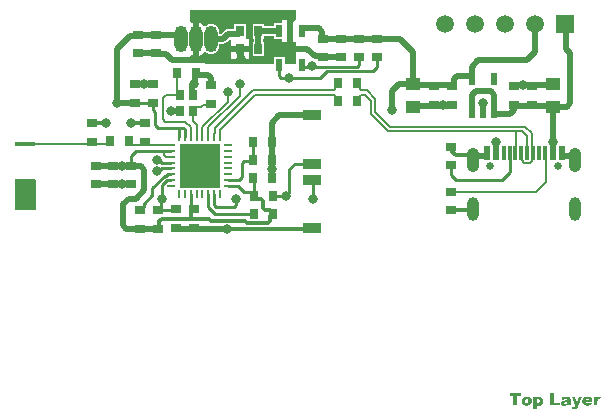
<source format=gbr>
%TF.GenerationSoftware,Altium Limited,Altium Designer,23.11.1 (41)*%
G04 Layer_Physical_Order=1*
G04 Layer_Color=255*
%FSLAX26Y26*%
%MOIN*%
%TF.SameCoordinates,9526E2AF-B100-4743-A6B5-6A4C7E8B4C09*%
%TF.FilePolarity,Positive*%
%TF.FileFunction,Copper,L1,Top,Signal*%
%TF.Part,Single*%
G01*
G75*
%TA.AperFunction,SMDPad,CuDef*%
%ADD10R,0.011811X0.045276*%
%ADD11R,0.023622X0.045276*%
%ADD12R,0.035433X0.027559*%
%ADD13R,0.027559X0.035433*%
%ADD14R,0.023622X0.043307*%
%ADD15R,0.051181X0.039370*%
%ADD16R,0.023622X0.043307*%
%ADD17O,0.029528X0.009842*%
%ADD18O,0.009842X0.029528*%
%ADD19R,0.137795X0.149606*%
%ADD20R,0.062992X0.035433*%
%ADD21R,0.029528X0.033465*%
%ADD22R,0.070866X0.015748*%
%TA.AperFunction,Conductor*%
%ADD23C,0.009842*%
%ADD24C,0.019685*%
%ADD25C,0.011811*%
%ADD26C,0.007512*%
%ADD27C,0.007874*%
%TA.AperFunction,ComponentPad*%
%ADD28C,0.025591*%
%ADD29O,0.041339X0.082677*%
%ADD30O,0.039370X0.078740*%
%ADD31R,0.059055X0.059055*%
%ADD32C,0.059055*%
%ADD33O,0.043622X0.088976*%
%TA.AperFunction,ViaPad*%
%ADD34C,0.031496*%
%ADD35C,0.027559*%
G36*
X116117Y198819D02*
X45391D01*
Y100394D01*
X116117D01*
Y198819D01*
D02*
G37*
G36*
X984252Y733268D02*
X974409D01*
Y695866D01*
Y658465D01*
X984252D01*
Y611315D01*
X984158D01*
Y586614D01*
X944976D01*
Y611315D01*
X909354D01*
Y586614D01*
X678740D01*
Y588583D01*
X629921D01*
Y614224D01*
X634921Y616856D01*
X640158Y614688D01*
Y669680D01*
Y724673D01*
X634921Y722504D01*
X629921Y725136D01*
Y767716D01*
X984252D01*
Y733268D01*
D02*
G37*
G36*
X1795250Y-522374D02*
X1795709Y-522440D01*
X1796300Y-522571D01*
X1797611Y-522833D01*
X1799055Y-523424D01*
X1799776Y-523752D01*
X1800498Y-524211D01*
X1801285Y-524670D01*
X1801941Y-525326D01*
X1802663Y-525982D01*
X1803253Y-526769D01*
X1803319Y-526835D01*
X1803384Y-526966D01*
X1803581Y-527228D01*
X1803778Y-527556D01*
X1803975Y-528016D01*
X1804303Y-528540D01*
X1804565Y-529131D01*
X1804893Y-529787D01*
X1805156Y-530574D01*
X1805484Y-531427D01*
X1805746Y-532345D01*
X1805943Y-533329D01*
X1806336Y-535428D01*
X1806402Y-536609D01*
X1806467Y-537790D01*
Y-537856D01*
Y-538118D01*
Y-538512D01*
X1806402Y-538971D01*
X1806336Y-539561D01*
X1806271Y-540283D01*
X1806205Y-541070D01*
X1806008Y-541857D01*
X1805615Y-543628D01*
X1805024Y-545465D01*
X1804631Y-546384D01*
X1804171Y-547236D01*
X1803581Y-548089D01*
X1802991Y-548811D01*
X1802925Y-548876D01*
X1802860Y-548942D01*
X1802663Y-549139D01*
X1802335Y-549401D01*
X1802007Y-549664D01*
X1801613Y-549992D01*
X1801154Y-550320D01*
X1800563Y-550648D01*
X1799317Y-551369D01*
X1797808Y-551960D01*
X1796956Y-552222D01*
X1796103Y-552419D01*
X1795184Y-552484D01*
X1794200Y-552550D01*
X1793741D01*
X1793282Y-552484D01*
X1792691Y-552419D01*
X1791970Y-552353D01*
X1791183Y-552156D01*
X1790330Y-551960D01*
X1789543Y-551697D01*
X1789477Y-551632D01*
X1789215Y-551566D01*
X1788821Y-551304D01*
X1788296Y-551041D01*
X1787706Y-550713D01*
X1787050Y-550254D01*
X1786459Y-549729D01*
X1785803Y-549139D01*
Y-562915D01*
X1774586D01*
Y-522964D01*
X1784951D01*
Y-527294D01*
X1785082Y-527163D01*
X1785344Y-526835D01*
X1785738Y-526376D01*
X1786263Y-525851D01*
X1786853Y-525195D01*
X1787509Y-524604D01*
X1788231Y-524080D01*
X1788887Y-523620D01*
X1789018Y-523555D01*
X1789346Y-523424D01*
X1789805Y-523227D01*
X1790461Y-522964D01*
X1791248Y-522702D01*
X1792167Y-522505D01*
X1793216Y-522374D01*
X1794266Y-522308D01*
X1794856D01*
X1795250Y-522374D01*
D02*
G37*
G36*
X1994739D02*
X1995396Y-522505D01*
X1996183Y-522702D01*
X1997101Y-522964D01*
X1998151Y-523358D01*
X1999200Y-523883D01*
X1995724Y-531755D01*
X1995658Y-531689D01*
X1995396Y-531624D01*
X1995068Y-531492D01*
X1994608Y-531296D01*
X1993624Y-531033D01*
X1993100Y-530968D01*
X1992640Y-530902D01*
X1992312D01*
X1991919Y-530968D01*
X1991394Y-531099D01*
X1990869Y-531361D01*
X1990344Y-531689D01*
X1989754Y-532148D01*
X1989295Y-532739D01*
X1989229Y-532870D01*
X1989164Y-533001D01*
X1989032Y-533264D01*
X1988901Y-533526D01*
X1988770Y-533920D01*
X1988573Y-534379D01*
X1988442Y-534904D01*
X1988311Y-535494D01*
X1988114Y-536216D01*
X1987983Y-536937D01*
X1987851Y-537856D01*
X1987720Y-538774D01*
X1987655Y-539824D01*
X1987589Y-541004D01*
Y-542251D01*
Y-551894D01*
X1976437D01*
Y-522964D01*
X1986802D01*
Y-527688D01*
X1986868Y-527622D01*
X1987064Y-527228D01*
X1987392Y-526704D01*
X1987786Y-526048D01*
X1988245Y-525326D01*
X1988770Y-524670D01*
X1989295Y-524014D01*
X1989885Y-523489D01*
X1989951Y-523424D01*
X1990148Y-523292D01*
X1990541Y-523096D01*
X1991000Y-522899D01*
X1991525Y-522702D01*
X1992181Y-522505D01*
X1992968Y-522374D01*
X1993821Y-522308D01*
X1994280D01*
X1994739Y-522374D01*
D02*
G37*
G36*
X1924351Y-553862D02*
Y-553928D01*
X1924285Y-554059D01*
X1924154Y-554387D01*
X1924023Y-554715D01*
X1923826Y-555108D01*
X1923629Y-555633D01*
X1923104Y-556748D01*
X1922514Y-557929D01*
X1921858Y-559110D01*
X1921136Y-560160D01*
X1920743Y-560619D01*
X1920349Y-561012D01*
X1920218Y-561144D01*
X1920021Y-561275D01*
X1919824Y-561406D01*
X1919496Y-561603D01*
X1919103Y-561865D01*
X1918709Y-562062D01*
X1918184Y-562324D01*
X1917594Y-562587D01*
X1916938Y-562784D01*
X1916216Y-563046D01*
X1915429Y-563243D01*
X1914576Y-563374D01*
X1913658Y-563505D01*
X1912608Y-563636D01*
X1911100D01*
X1910509Y-563571D01*
X1909722D01*
X1908672Y-563505D01*
X1907426Y-563374D01*
X1905917Y-563177D01*
X1904146Y-562980D01*
X1903293Y-555240D01*
X1903424D01*
X1903687Y-555371D01*
X1904211Y-555502D01*
X1904868Y-555633D01*
X1905655Y-555764D01*
X1906507Y-555896D01*
X1907557Y-555961D01*
X1908607Y-556027D01*
X1908935D01*
X1909263Y-555961D01*
X1909722Y-555896D01*
X1910772Y-555633D01*
X1911296Y-555436D01*
X1911755Y-555108D01*
X1911821Y-555043D01*
X1911952Y-554912D01*
X1912215Y-554715D01*
X1912477Y-554387D01*
X1912805Y-553928D01*
X1913199Y-553337D01*
X1913527Y-552681D01*
X1913855Y-551894D01*
X1901719Y-522964D01*
X1913396D01*
X1919365Y-542251D01*
X1924876Y-522964D01*
X1935831D01*
X1924351Y-553862D01*
D02*
G37*
G36*
X1884991Y-522374D02*
X1886303Y-522440D01*
X1887615Y-522571D01*
X1888992Y-522702D01*
X1890173Y-522899D01*
X1890304D01*
X1890698Y-523030D01*
X1891223Y-523161D01*
X1891944Y-523424D01*
X1892732Y-523752D01*
X1893584Y-524145D01*
X1894437Y-524670D01*
X1895224Y-525260D01*
X1895290Y-525326D01*
X1895487Y-525457D01*
X1895749Y-525785D01*
X1896077Y-526113D01*
X1896405Y-526638D01*
X1896799Y-527228D01*
X1897127Y-527950D01*
X1897455Y-528737D01*
X1897520Y-528803D01*
X1897586Y-529131D01*
X1897717Y-529524D01*
X1897914Y-530115D01*
X1898045Y-530771D01*
X1898176Y-531492D01*
X1898242Y-532214D01*
X1898307Y-533001D01*
Y-545793D01*
Y-545859D01*
Y-546121D01*
Y-546515D01*
Y-546974D01*
X1898373Y-548024D01*
X1898439Y-548548D01*
X1898504Y-549008D01*
Y-549073D01*
X1898570Y-549204D01*
X1898636Y-549467D01*
X1898767Y-549795D01*
X1898898Y-550188D01*
X1899095Y-550713D01*
X1899357Y-551238D01*
X1899685Y-551894D01*
X1889255D01*
Y-551828D01*
X1889189Y-551697D01*
X1888927Y-551238D01*
X1888664Y-550713D01*
X1888467Y-550254D01*
Y-550123D01*
X1888336Y-549795D01*
X1888205Y-549204D01*
X1888139Y-548811D01*
X1888074Y-548352D01*
X1888008Y-548417D01*
X1887680Y-548680D01*
X1887287Y-549073D01*
X1886696Y-549532D01*
X1886040Y-549992D01*
X1885319Y-550516D01*
X1884532Y-550976D01*
X1883744Y-551369D01*
X1883613Y-551435D01*
X1883219Y-551566D01*
X1882629Y-551763D01*
X1881776Y-551960D01*
X1880792Y-552156D01*
X1879611Y-552353D01*
X1878300Y-552484D01*
X1876856Y-552550D01*
X1876332D01*
X1876004Y-552484D01*
X1875544D01*
X1875085Y-552419D01*
X1873904Y-552222D01*
X1872658Y-551960D01*
X1871346Y-551566D01*
X1870100Y-550976D01*
X1868984Y-550188D01*
X1868853Y-550057D01*
X1868591Y-549729D01*
X1868131Y-549204D01*
X1867672Y-548548D01*
X1867148Y-547696D01*
X1866688Y-546646D01*
X1866426Y-545531D01*
X1866295Y-544284D01*
Y-544219D01*
Y-544153D01*
Y-543760D01*
X1866426Y-543104D01*
X1866557Y-542382D01*
X1866754Y-541529D01*
X1867082Y-540611D01*
X1867541Y-539692D01*
X1868197Y-538840D01*
X1868263Y-538774D01*
X1868591Y-538512D01*
X1869116Y-538118D01*
X1869837Y-537659D01*
X1870821Y-537134D01*
X1871411Y-536872D01*
X1872068Y-536609D01*
X1872789Y-536347D01*
X1873576Y-536150D01*
X1874429Y-535888D01*
X1875348Y-535691D01*
X1875413D01*
X1875610Y-535625D01*
X1875938Y-535560D01*
X1876332Y-535494D01*
X1876856Y-535363D01*
X1877447Y-535297D01*
X1878759Y-535035D01*
X1880071Y-534707D01*
X1881448Y-534444D01*
X1882039Y-534313D01*
X1882629Y-534182D01*
X1883088Y-534051D01*
X1883482Y-533985D01*
X1883547D01*
X1883810Y-533920D01*
X1884204Y-533788D01*
X1884728Y-533592D01*
X1885319Y-533395D01*
X1885975Y-533198D01*
X1887484Y-532608D01*
Y-532542D01*
Y-532280D01*
X1887418Y-531952D01*
X1887352Y-531492D01*
X1887156Y-530574D01*
X1886893Y-530115D01*
X1886631Y-529787D01*
X1886565Y-529721D01*
X1886434Y-529656D01*
X1886237Y-529524D01*
X1885909Y-529328D01*
X1885515Y-529196D01*
X1884991Y-529065D01*
X1884335Y-529000D01*
X1883613Y-528934D01*
X1883154D01*
X1882695Y-529000D01*
X1882039Y-529065D01*
X1880727Y-529328D01*
X1880071Y-529524D01*
X1879480Y-529852D01*
X1879415D01*
X1879284Y-529984D01*
X1879087Y-530180D01*
X1878890Y-530377D01*
X1878628Y-530771D01*
X1878300Y-531164D01*
X1878037Y-531689D01*
X1877775Y-532345D01*
X1867148Y-531230D01*
Y-531099D01*
X1867279Y-530771D01*
X1867410Y-530246D01*
X1867607Y-529656D01*
X1867803Y-528934D01*
X1868131Y-528212D01*
X1868459Y-527556D01*
X1868853Y-526900D01*
X1868919Y-526835D01*
X1869050Y-526638D01*
X1869312Y-526310D01*
X1869706Y-525916D01*
X1870165Y-525523D01*
X1870690Y-525064D01*
X1871346Y-524604D01*
X1872133Y-524145D01*
X1872199Y-524080D01*
X1872396Y-524014D01*
X1872724Y-523817D01*
X1873248Y-523686D01*
X1873839Y-523424D01*
X1874560Y-523227D01*
X1875413Y-523030D01*
X1876332Y-522833D01*
X1876463D01*
X1876791Y-522768D01*
X1877315Y-522636D01*
X1878037Y-522571D01*
X1878956Y-522440D01*
X1879874Y-522374D01*
X1880989Y-522308D01*
X1883876D01*
X1884991Y-522374D01*
D02*
G37*
G36*
X1843466Y-542054D02*
X1862818D01*
Y-551894D01*
X1831133D01*
Y-511944D01*
X1843466D01*
Y-542054D01*
D02*
G37*
G36*
X1732405Y-521784D02*
X1719810D01*
Y-551894D01*
X1707477D01*
Y-521784D01*
X1694882D01*
Y-511944D01*
X1732405D01*
Y-521784D01*
D02*
G37*
G36*
X1955576Y-522374D02*
X1956167D01*
X1956823Y-522440D01*
X1957544Y-522571D01*
X1959119Y-522768D01*
X1960759Y-523096D01*
X1962333Y-523555D01*
X1963776Y-524211D01*
X1963842D01*
X1963908Y-524276D01*
X1964104Y-524408D01*
X1964367Y-524539D01*
X1965023Y-524998D01*
X1965810Y-525588D01*
X1966728Y-526376D01*
X1967647Y-527360D01*
X1968499Y-528475D01*
X1969287Y-529721D01*
Y-529787D01*
X1969352Y-529852D01*
X1969484Y-530115D01*
X1969615Y-530377D01*
X1969746Y-530705D01*
X1969877Y-531164D01*
X1970074Y-531624D01*
X1970271Y-532214D01*
X1970402Y-532804D01*
X1970599Y-533526D01*
X1970927Y-535100D01*
X1971123Y-536937D01*
X1971189Y-538971D01*
Y-540217D01*
X1948951D01*
Y-540348D01*
X1949016Y-540676D01*
X1949082Y-541136D01*
X1949213Y-541726D01*
X1949410Y-542382D01*
X1949672Y-543038D01*
X1949935Y-543694D01*
X1950328Y-544219D01*
X1950394Y-544284D01*
X1950656Y-544481D01*
X1950984Y-544809D01*
X1951444Y-545137D01*
X1952100Y-545465D01*
X1952821Y-545793D01*
X1953608Y-545990D01*
X1954527Y-546056D01*
X1954789D01*
X1955117Y-545990D01*
X1955511Y-545924D01*
X1955970Y-545859D01*
X1956495Y-545728D01*
X1957085Y-545531D01*
X1957610Y-545268D01*
X1957676D01*
X1957741Y-545137D01*
X1957938Y-545006D01*
X1958200Y-544809D01*
X1958528Y-544612D01*
X1958856Y-544284D01*
X1959184Y-543891D01*
X1959578Y-543432D01*
X1970533Y-544416D01*
Y-544481D01*
X1970402Y-544612D01*
X1970271Y-544809D01*
X1970074Y-545137D01*
X1969549Y-545924D01*
X1968828Y-546843D01*
X1967909Y-547892D01*
X1966860Y-548942D01*
X1965744Y-549926D01*
X1964432Y-550713D01*
X1964367D01*
X1964301Y-550779D01*
X1964039Y-550910D01*
X1963776Y-550976D01*
X1963383Y-551107D01*
X1962989Y-551304D01*
X1962464Y-551435D01*
X1961874Y-551632D01*
X1961152Y-551828D01*
X1960431Y-551960D01*
X1959578Y-552091D01*
X1958659Y-552288D01*
X1957676Y-552353D01*
X1956626Y-552484D01*
X1955511Y-552550D01*
X1953411D01*
X1952887Y-552484D01*
X1952362D01*
X1951050Y-552353D01*
X1949607Y-552156D01*
X1948098Y-551894D01*
X1946589Y-551500D01*
X1945277Y-550976D01*
X1945211D01*
X1945146Y-550910D01*
X1944752Y-550648D01*
X1944096Y-550254D01*
X1943375Y-549729D01*
X1942522Y-549008D01*
X1941603Y-548155D01*
X1940685Y-547105D01*
X1939832Y-545859D01*
Y-545793D01*
X1939767Y-545728D01*
X1939636Y-545531D01*
X1939504Y-545203D01*
X1939307Y-544875D01*
X1939176Y-544481D01*
X1938783Y-543497D01*
X1938323Y-542251D01*
X1937995Y-540873D01*
X1937733Y-539233D01*
X1937668Y-537528D01*
Y-537462D01*
Y-537200D01*
Y-536872D01*
X1937733Y-536412D01*
X1937799Y-535822D01*
X1937930Y-535166D01*
X1938061Y-534379D01*
X1938192Y-533592D01*
X1938717Y-531820D01*
X1939045Y-530902D01*
X1939504Y-529984D01*
X1939964Y-529065D01*
X1940554Y-528212D01*
X1941210Y-527294D01*
X1941997Y-526507D01*
X1942063Y-526441D01*
X1942194Y-526310D01*
X1942456Y-526113D01*
X1942784Y-525851D01*
X1943244Y-525523D01*
X1943768Y-525195D01*
X1944424Y-524801D01*
X1945146Y-524408D01*
X1945933Y-524014D01*
X1946851Y-523620D01*
X1947835Y-523292D01*
X1948885Y-522964D01*
X1950066Y-522702D01*
X1951312Y-522505D01*
X1952624Y-522374D01*
X1954002Y-522308D01*
X1955052D01*
X1955576Y-522374D01*
D02*
G37*
G36*
X1753856D02*
X1754578Y-522440D01*
X1755431Y-522571D01*
X1756349Y-522702D01*
X1757333Y-522964D01*
X1758383Y-523227D01*
X1759498Y-523555D01*
X1760547Y-523948D01*
X1761663Y-524408D01*
X1762712Y-524998D01*
X1763762Y-525720D01*
X1764746Y-526441D01*
X1765599Y-527360D01*
X1765664Y-527425D01*
X1765730Y-527556D01*
X1765927Y-527753D01*
X1766189Y-528081D01*
X1766451Y-528475D01*
X1766714Y-528934D01*
X1767042Y-529524D01*
X1767436Y-530115D01*
X1767764Y-530836D01*
X1768091Y-531624D01*
X1768616Y-533329D01*
X1769075Y-535232D01*
X1769141Y-536281D01*
X1769207Y-537396D01*
Y-537462D01*
Y-537659D01*
Y-538052D01*
X1769141Y-538512D01*
X1769075Y-539036D01*
X1768944Y-539692D01*
X1768813Y-540414D01*
X1768682Y-541267D01*
X1768091Y-542972D01*
X1767764Y-543891D01*
X1767304Y-544809D01*
X1766845Y-545728D01*
X1766189Y-546580D01*
X1765533Y-547433D01*
X1764746Y-548286D01*
X1764680Y-548352D01*
X1764549Y-548483D01*
X1764287Y-548680D01*
X1763959Y-548942D01*
X1763499Y-549270D01*
X1762909Y-549664D01*
X1762253Y-549992D01*
X1761532Y-550385D01*
X1760744Y-550844D01*
X1759760Y-551172D01*
X1758776Y-551566D01*
X1757661Y-551894D01*
X1756480Y-552156D01*
X1755234Y-552353D01*
X1753922Y-552484D01*
X1752479Y-552550D01*
X1751823D01*
X1751298Y-552484D01*
X1750707Y-552419D01*
X1750052Y-552353D01*
X1749264Y-552288D01*
X1748411Y-552091D01*
X1746640Y-551697D01*
X1744738Y-551107D01*
X1743820Y-550713D01*
X1742835Y-550188D01*
X1741983Y-549664D01*
X1741130Y-549073D01*
X1741064Y-549008D01*
X1740933Y-548876D01*
X1740671Y-548614D01*
X1740343Y-548286D01*
X1739883Y-547827D01*
X1739490Y-547302D01*
X1738965Y-546712D01*
X1738506Y-545990D01*
X1738047Y-545203D01*
X1737522Y-544350D01*
X1737128Y-543366D01*
X1736735Y-542316D01*
X1736341Y-541267D01*
X1736079Y-540086D01*
X1735947Y-538840D01*
X1735882Y-537528D01*
Y-537462D01*
Y-537265D01*
Y-536872D01*
X1735947Y-536412D01*
X1736013Y-535888D01*
X1736144Y-535232D01*
X1736275Y-534444D01*
X1736472Y-533657D01*
X1736997Y-531952D01*
X1737325Y-531033D01*
X1737784Y-530115D01*
X1738309Y-529196D01*
X1738899Y-528344D01*
X1739555Y-527491D01*
X1740343Y-526638D01*
X1740408Y-526572D01*
X1740540Y-526441D01*
X1740802Y-526244D01*
X1741130Y-525982D01*
X1741589Y-525654D01*
X1742179Y-525260D01*
X1742770Y-524867D01*
X1743557Y-524473D01*
X1744344Y-524080D01*
X1745263Y-523686D01*
X1746247Y-523292D01*
X1747296Y-522964D01*
X1748477Y-522702D01*
X1749724Y-522505D01*
X1751035Y-522374D01*
X1752413Y-522308D01*
X1753266D01*
X1753856Y-522374D01*
D02*
G37*
%LPC*%
G36*
X954724Y733268D02*
X937008D01*
Y723520D01*
X909354D01*
Y711527D01*
X877654D01*
Y718598D01*
X838095D01*
Y671165D01*
X841721D01*
Y659543D01*
X838095D01*
Y612110D01*
X877654D01*
Y659543D01*
X874027D01*
Y671165D01*
X877654D01*
Y679221D01*
X909354D01*
Y668213D01*
X937008D01*
Y658465D01*
X954724D01*
Y695866D01*
Y733268D01*
D02*
G37*
G36*
X659842Y724673D02*
Y669680D01*
Y614688D01*
X666956Y617634D01*
X673980Y623023D01*
X675831Y625436D01*
X682240Y625575D01*
X685975Y622710D01*
X692740Y619908D01*
X700000Y618952D01*
X707260Y619908D01*
X714025Y622710D01*
X719835Y627168D01*
X724293Y632977D01*
X727095Y639743D01*
X728051Y647003D01*
Y653527D01*
X740546D01*
X746728Y654757D01*
X751968Y658258D01*
X761142Y667432D01*
X766142Y665361D01*
Y645669D01*
X825197D01*
Y669291D01*
X819673D01*
X815449Y671165D01*
X815449Y674291D01*
Y718598D01*
X775890D01*
Y703161D01*
X757874D01*
X751692Y701931D01*
X746452Y698430D01*
X733855Y685833D01*
X728051D01*
Y692357D01*
X727095Y699617D01*
X724293Y706383D01*
X719835Y712192D01*
X714025Y716650D01*
X707260Y719452D01*
X700000Y720408D01*
X692740Y719452D01*
X685975Y716650D01*
X682240Y713785D01*
X675831Y713924D01*
X673980Y716337D01*
X666956Y721726D01*
X659842Y724673D01*
D02*
G37*
G36*
X825197Y625984D02*
X805512D01*
Y602362D01*
X825197D01*
Y625984D01*
D02*
G37*
G36*
X785827D02*
X766142D01*
Y602362D01*
X785827D01*
Y625984D01*
D02*
G37*
G36*
X1790658Y-530443D02*
X1790330D01*
X1789936Y-530508D01*
X1789411Y-530640D01*
X1788887Y-530836D01*
X1788296Y-531164D01*
X1787706Y-531558D01*
X1787116Y-532148D01*
X1787050Y-532214D01*
X1786919Y-532476D01*
X1786656Y-532870D01*
X1786394Y-533460D01*
X1786131Y-534182D01*
X1785869Y-535100D01*
X1785738Y-536216D01*
X1785672Y-537528D01*
Y-537593D01*
Y-537659D01*
Y-537856D01*
Y-538118D01*
X1785738Y-538708D01*
X1785869Y-539496D01*
X1786000Y-540283D01*
X1786263Y-541136D01*
X1786656Y-541923D01*
X1787116Y-542644D01*
X1787181Y-542710D01*
X1787378Y-542907D01*
X1787706Y-543169D01*
X1788100Y-543432D01*
X1788624Y-543760D01*
X1789280Y-544022D01*
X1790002Y-544219D01*
X1790789Y-544284D01*
X1791117D01*
X1791511Y-544219D01*
X1791970Y-544088D01*
X1792429Y-543891D01*
X1793020Y-543628D01*
X1793544Y-543235D01*
X1794069Y-542710D01*
X1794135Y-542644D01*
X1794266Y-542382D01*
X1794463Y-541988D01*
X1794725Y-541464D01*
X1794987Y-540676D01*
X1795184Y-539758D01*
X1795315Y-538643D01*
X1795381Y-537331D01*
Y-537265D01*
Y-537200D01*
Y-537003D01*
Y-536740D01*
X1795315Y-536150D01*
X1795184Y-535363D01*
X1795053Y-534510D01*
X1794791Y-533657D01*
X1794463Y-532870D01*
X1794004Y-532148D01*
X1793938Y-532083D01*
X1793741Y-531886D01*
X1793479Y-531624D01*
X1793085Y-531296D01*
X1792560Y-530968D01*
X1792035Y-530705D01*
X1791380Y-530508D01*
X1790658Y-530443D01*
D02*
G37*
G36*
X1887484Y-538184D02*
X1887352Y-538249D01*
X1887090Y-538315D01*
X1886631Y-538512D01*
X1885975Y-538708D01*
X1885253Y-538905D01*
X1884466Y-539168D01*
X1882629Y-539627D01*
X1882563D01*
X1882498Y-539692D01*
X1882104Y-539758D01*
X1881514Y-539955D01*
X1880858Y-540217D01*
X1880136Y-540480D01*
X1879415Y-540742D01*
X1878824Y-541070D01*
X1878365Y-541398D01*
X1878300Y-541464D01*
X1878234Y-541529D01*
X1878103Y-541726D01*
X1877906Y-541988D01*
X1877578Y-542644D01*
X1877512Y-543038D01*
X1877447Y-543432D01*
Y-543497D01*
Y-543628D01*
X1877512Y-543891D01*
X1877578Y-544219D01*
X1877840Y-544875D01*
X1878037Y-545268D01*
X1878365Y-545596D01*
X1878431D01*
X1878562Y-545728D01*
X1878759Y-545859D01*
X1879021Y-545990D01*
X1879415Y-546121D01*
X1879874Y-546252D01*
X1880464Y-546318D01*
X1881055Y-546384D01*
X1881383D01*
X1881711Y-546318D01*
X1882170Y-546252D01*
X1882695Y-546187D01*
X1883285Y-545990D01*
X1883876Y-545793D01*
X1884466Y-545531D01*
X1884532Y-545465D01*
X1884728Y-545334D01*
X1884991Y-545203D01*
X1885384Y-544940D01*
X1886106Y-544219D01*
X1886499Y-543825D01*
X1886762Y-543366D01*
X1886828Y-543300D01*
X1886893Y-543104D01*
X1887024Y-542841D01*
X1887156Y-542448D01*
X1887287Y-541923D01*
X1887352Y-541398D01*
X1887484Y-540676D01*
Y-539955D01*
Y-538184D01*
D02*
G37*
G36*
X1954461Y-528868D02*
X1954002D01*
X1953543Y-529000D01*
X1952952Y-529131D01*
X1952296Y-529393D01*
X1951575Y-529787D01*
X1950853Y-530312D01*
X1950197Y-531033D01*
X1950131Y-531099D01*
X1950066Y-531296D01*
X1949869Y-531558D01*
X1949672Y-532017D01*
X1949476Y-532542D01*
X1949279Y-533198D01*
X1949082Y-533985D01*
X1948951Y-534904D01*
X1959906D01*
Y-534838D01*
Y-534772D01*
X1959840Y-534379D01*
X1959709Y-533788D01*
X1959578Y-533132D01*
X1959315Y-532345D01*
X1959053Y-531624D01*
X1958659Y-530902D01*
X1958135Y-530312D01*
X1958069Y-530246D01*
X1957872Y-530115D01*
X1957610Y-529852D01*
X1957151Y-529590D01*
X1956626Y-529328D01*
X1956035Y-529065D01*
X1955248Y-528934D01*
X1954461Y-528868D01*
D02*
G37*
G36*
X1752610Y-529918D02*
X1752216D01*
X1751757Y-529984D01*
X1751232Y-530180D01*
X1750576Y-530377D01*
X1749920Y-530705D01*
X1749264Y-531164D01*
X1748608Y-531820D01*
X1748543Y-531886D01*
X1748346Y-532148D01*
X1748083Y-532608D01*
X1747821Y-533264D01*
X1747559Y-534051D01*
X1747296Y-535035D01*
X1747100Y-536216D01*
X1747034Y-537528D01*
Y-537593D01*
Y-537724D01*
Y-537921D01*
Y-538184D01*
X1747100Y-538840D01*
X1747231Y-539692D01*
X1747428Y-540611D01*
X1747690Y-541595D01*
X1748018Y-542448D01*
X1748543Y-543235D01*
X1748608Y-543300D01*
X1748805Y-543497D01*
X1749199Y-543825D01*
X1749658Y-544153D01*
X1750183Y-544481D01*
X1750904Y-544809D01*
X1751691Y-545006D01*
X1752544Y-545072D01*
X1752938D01*
X1753397Y-545006D01*
X1753922Y-544875D01*
X1754578Y-544612D01*
X1755234Y-544350D01*
X1755890Y-543891D01*
X1756480Y-543300D01*
X1756546Y-543235D01*
X1756743Y-542972D01*
X1757005Y-542513D01*
X1757267Y-541857D01*
X1757530Y-541070D01*
X1757792Y-540020D01*
X1757989Y-538840D01*
X1758055Y-537396D01*
Y-537331D01*
Y-537200D01*
Y-537068D01*
Y-536806D01*
X1757989Y-536084D01*
X1757858Y-535297D01*
X1757661Y-534379D01*
X1757399Y-533460D01*
X1757005Y-532608D01*
X1756480Y-531820D01*
X1756415Y-531755D01*
X1756218Y-531492D01*
X1755890Y-531230D01*
X1755431Y-530836D01*
X1754840Y-530508D01*
X1754184Y-530180D01*
X1753463Y-529984D01*
X1752610Y-529918D01*
D02*
G37*
%LPD*%
D10*
X1675197Y289567D02*
D03*
X1694882D02*
D03*
X1714567D02*
D03*
X1812992D02*
D03*
X1793307D02*
D03*
X1773622D02*
D03*
X1734252D02*
D03*
X1753937D02*
D03*
D11*
X1838583D02*
D03*
X1649606D02*
D03*
X1870079D02*
D03*
X1618110D02*
D03*
D12*
X1133858Y608662D02*
D03*
Y670866D02*
D03*
X456693Y622441D02*
D03*
Y684646D02*
D03*
X303150Y389370D02*
D03*
Y327165D02*
D03*
X480315Y389370D02*
D03*
Y327165D02*
D03*
X582677Y39764D02*
D03*
Y101969D02*
D03*
X521654Y100000D02*
D03*
Y37795D02*
D03*
X462598Y100000D02*
D03*
Y37795D02*
D03*
X641732Y101969D02*
D03*
Y39764D02*
D03*
X1442913Y451181D02*
D03*
Y513386D02*
D03*
X1501968Y451181D02*
D03*
Y513386D02*
D03*
X1769685Y513386D02*
D03*
Y451181D02*
D03*
X1710630Y513386D02*
D03*
Y451181D02*
D03*
X433071Y185433D02*
D03*
Y247638D02*
D03*
X314961Y185433D02*
D03*
Y247638D02*
D03*
X374016Y185433D02*
D03*
Y247638D02*
D03*
X1251968Y670866D02*
D03*
Y608662D02*
D03*
X1192913Y670866D02*
D03*
Y608662D02*
D03*
X1072835Y608662D02*
D03*
Y670866D02*
D03*
X515748Y684646D02*
D03*
Y622441D02*
D03*
X700787Y453150D02*
D03*
Y515354D02*
D03*
X446851Y519291D02*
D03*
Y457087D02*
D03*
X505906D02*
D03*
Y519291D02*
D03*
X1500000Y161024D02*
D03*
Y98819D02*
D03*
Y248425D02*
D03*
Y310630D02*
D03*
D13*
X362599Y331102D02*
D03*
X424803D02*
D03*
X905118Y86614D02*
D03*
X842913D02*
D03*
X795669Y694882D02*
D03*
X857874D02*
D03*
X795669Y635827D02*
D03*
X857874D02*
D03*
X1124409Y521653D02*
D03*
X1186614D02*
D03*
Y462598D02*
D03*
X1124409D02*
D03*
X903149Y206693D02*
D03*
X840945D02*
D03*
X842913Y145669D02*
D03*
X905118D02*
D03*
X840945Y324803D02*
D03*
X903149D02*
D03*
X840945Y265748D02*
D03*
X903149D02*
D03*
X649213Y555118D02*
D03*
X587008D02*
D03*
D14*
X1001968Y695866D02*
D03*
X964567D02*
D03*
X927165D02*
D03*
Y583662D02*
D03*
X1001968D02*
D03*
D15*
X1374016Y442126D02*
D03*
Y518504D02*
D03*
X1838582Y444095D02*
D03*
Y520473D02*
D03*
D16*
X1644102Y537402D02*
D03*
Y427166D02*
D03*
X1606701D02*
D03*
X1569299Y537402D02*
D03*
Y427166D02*
D03*
D17*
X564961Y316929D02*
D03*
Y297244D02*
D03*
Y277559D02*
D03*
Y257874D02*
D03*
Y238189D02*
D03*
Y218504D02*
D03*
Y198819D02*
D03*
Y179134D02*
D03*
X757874D02*
D03*
Y198819D02*
D03*
Y218504D02*
D03*
Y238189D02*
D03*
Y257874D02*
D03*
Y277559D02*
D03*
Y297244D02*
D03*
Y316929D02*
D03*
D18*
X592520Y151575D02*
D03*
X612205D02*
D03*
X631890D02*
D03*
X651575D02*
D03*
X671260D02*
D03*
X690945D02*
D03*
X710630D02*
D03*
X730315D02*
D03*
Y344488D02*
D03*
X710630D02*
D03*
X690945D02*
D03*
X671260D02*
D03*
X651575D02*
D03*
X631890D02*
D03*
X612205D02*
D03*
X592520D02*
D03*
D19*
X661417Y248031D02*
D03*
D20*
X1035433Y39370D02*
D03*
Y200787D02*
D03*
Y253937D02*
D03*
Y415354D02*
D03*
D21*
X597441Y430118D02*
D03*
X638779D02*
D03*
X597441Y483268D02*
D03*
X638779D02*
D03*
D22*
X80709Y196850D02*
D03*
Y318898D02*
D03*
D23*
X1007874Y577756D02*
X1187148D01*
X1192913Y583521D02*
Y608662D01*
X1187148Y577756D02*
X1192913Y583521D01*
X1251968Y574803D02*
Y608662D01*
X1239079Y561913D02*
X1251968Y574803D01*
X1085535Y561913D02*
X1239079D01*
X507874Y433071D02*
Y455118D01*
X505906Y457087D02*
X507874Y455118D01*
Y433071D02*
X513780Y427165D01*
Y383858D02*
Y427165D01*
X690945Y108268D02*
X712598Y86614D01*
X842913D01*
X690945Y108268D02*
Y151575D01*
X781793Y136124D02*
X783465Y137795D01*
X776027Y110236D02*
X781793Y116002D01*
X716396Y110236D02*
X776027D01*
X781793Y116002D02*
Y136124D01*
X710630Y116002D02*
Y151575D01*
Y116002D02*
X716396Y110236D01*
X631890Y111811D02*
Y151575D01*
Y111811D02*
X641732Y101969D01*
X531496Y100984D02*
X581693D01*
X534449Y103937D02*
Y136811D01*
X535433Y137795D01*
X531496Y100984D02*
X534449Y103937D01*
X581693Y100984D02*
X582677Y101969D01*
X503937Y149606D02*
Y173228D01*
X462598Y100000D02*
X465951D01*
X474810Y120479D02*
X503937Y149606D01*
X465951Y100000D02*
X474810Y108858D01*
Y120479D01*
X503937Y173228D02*
X545370Y214661D01*
X551275D01*
X555118Y218504D01*
X564961D01*
X551932Y198819D02*
X564961D01*
X535433Y182320D02*
X551932Y198819D01*
X535433Y137795D02*
Y182320D01*
X450787Y297244D02*
X564961D01*
X960630Y539370D02*
X1062992D01*
X933071D02*
X960630D01*
X433071Y279528D02*
X450787Y297244D01*
X433071Y247638D02*
Y279528D01*
X1039370Y137795D02*
Y200787D01*
X1062992Y539370D02*
X1085535Y561913D01*
X927165Y545276D02*
X933071Y539370D01*
X927165Y545276D02*
Y583662D01*
X1001968D02*
X1007874Y577756D01*
X1694882Y226378D02*
Y289567D01*
X1669291Y200787D02*
X1694882Y226378D01*
X1515748Y200787D02*
X1669291D01*
X1500000Y216535D02*
Y248425D01*
Y216535D02*
X1515748Y200787D01*
X594488Y374016D02*
X606439D01*
X523622D02*
X594488D01*
X592520Y344488D02*
Y372047D01*
X594488Y374016D01*
X513780Y383858D02*
X523622Y374016D01*
X612205Y344488D02*
Y368250D01*
X606439Y374016D02*
X612205Y368250D01*
X446851Y457087D02*
X505906D01*
X960630Y157480D02*
Y236220D01*
X905118Y145669D02*
X948819D01*
X960630Y157480D01*
X978346Y253937D02*
X1035433D01*
X960630Y236220D02*
X978346Y253937D01*
X841929Y150591D02*
Y205708D01*
X810039Y158465D02*
X834055D01*
X841929Y150591D01*
X789370Y179134D02*
X810039Y158465D01*
X757874Y179134D02*
X789370D01*
X840945Y206693D02*
X841929Y205708D01*
X840945Y265748D02*
Y324803D01*
X838976Y263779D02*
X840945Y265748D01*
X811024Y263779D02*
X838976D01*
X803150Y255905D02*
X811024Y263779D01*
X803150Y208661D02*
Y255905D01*
X793307Y198819D02*
X803150Y208661D01*
X757874Y198819D02*
X793307D01*
X519685Y228346D02*
X525544D01*
X535387Y238189D02*
X564961D01*
X525544Y228346D02*
X535387Y238189D01*
X525544Y267716D02*
X535387Y257874D01*
X564961D01*
X519685Y267716D02*
X525544D01*
D24*
X1072835Y608662D02*
X1133858D01*
X456693Y622441D02*
X515748D01*
X452756Y680709D02*
X456693Y684646D01*
X385827Y637795D02*
X428740Y680709D01*
X385827Y456693D02*
Y637795D01*
X428740Y680709D02*
X452756D01*
X385827Y456693D02*
X386024Y456890D01*
X446654D02*
X446851Y457087D01*
X386024Y456890D02*
X446654D01*
X446851Y519291D02*
X505906D01*
X1376575Y515945D02*
X1499409D01*
X1072835Y670866D02*
X1329134D01*
X1303150Y433071D02*
Y496063D01*
X462598Y37795D02*
X521654D01*
X417043D02*
X462598D01*
X405512Y49327D02*
Y118110D01*
Y49327D02*
X417043Y37795D01*
X405512Y118110D02*
X425197Y137795D01*
X448819D01*
X476345Y165322D01*
Y233965D01*
X582677Y36614D02*
X750787D01*
X751968Y35433D01*
X903149Y391338D02*
X927165Y415354D01*
X1035433D01*
X903149Y324803D02*
Y391338D01*
X1303150Y496063D02*
X1325591Y518504D01*
X1374016D01*
X649606Y614173D02*
Y669286D01*
X650000Y669680D01*
X633858Y598425D02*
X649606Y614173D01*
X964567Y637795D02*
X1019685D01*
X798311Y600787D02*
X799606Y602082D01*
Y631890D01*
X795669Y635827D02*
X799606Y631890D01*
X403543Y247638D02*
X433071D01*
X374016D02*
X403543D01*
X433071D02*
X435212Y245497D01*
X464814D02*
X476345Y233965D01*
X435212Y245497D02*
X464814D01*
X314961Y247638D02*
X374016D01*
X650000Y669680D02*
X654580Y674260D01*
X962598Y697835D02*
X964567Y695866D01*
X570866Y598425D02*
X633858D01*
X550787Y618504D02*
X570866Y598425D01*
X448425Y684646D02*
X515748D01*
X1001968Y695866D02*
Y702756D01*
X515748Y622441D02*
X519685Y618504D01*
X550787D01*
X515748Y684646D02*
X588943D01*
X857874Y635827D02*
Y694882D01*
X858366Y695374D02*
X926673D01*
X857874Y694882D02*
X858366Y695374D01*
X926673D02*
X927165Y695866D01*
X740546Y669680D02*
X757874Y687008D01*
X795669Y690945D02*
Y694882D01*
X791732Y687008D02*
X795669Y690945D01*
X757874Y687008D02*
X791732D01*
X700000Y669680D02*
X740546D01*
X1044882Y612599D02*
X1068898D01*
X1072835Y608662D01*
X1019685Y637795D02*
X1044882Y612599D01*
X964567Y637795D02*
Y695866D01*
X1001968Y702756D02*
X1003937Y704724D01*
X1059335D01*
X1070866Y672835D02*
Y693193D01*
X1059335Y704724D02*
X1070866Y693193D01*
Y672835D02*
X1072835Y670866D01*
X1329134D02*
X1374016Y625984D01*
Y518504D02*
Y625984D01*
X1569299Y545276D02*
Y577173D01*
X1509842Y535713D02*
X1521374Y547244D01*
X1509842Y517323D02*
Y535713D01*
X1569299Y537402D02*
Y545276D01*
X1567331Y547244D02*
X1569299Y545276D01*
X1521374Y547244D02*
X1567331D01*
X1501968Y513386D02*
X1505905D01*
X1509842Y517323D01*
X1374016Y518504D02*
X1376575Y515945D01*
X1499409D02*
X1501968Y513386D01*
X1781102Y627559D02*
Y720472D01*
X1751968Y598425D02*
X1781102Y627559D01*
X1590551Y598425D02*
X1751968D01*
X1569299Y577173D02*
X1590551Y598425D01*
X1714173Y447638D02*
X1835039D01*
X1881102Y720472D02*
X1881890Y719685D01*
Y637795D02*
Y719685D01*
Y637795D02*
X1897638Y622047D01*
Y456693D02*
Y622047D01*
X1838582Y444095D02*
X1885040D01*
X1897638Y456693D01*
X1379134Y447244D02*
X1498031D01*
X1374016Y442126D02*
X1379134Y447244D01*
X1498031D02*
X1501968Y451181D01*
X1569299Y427166D02*
Y482685D01*
X1582677Y496063D01*
X1632571D01*
X1644102Y427166D02*
Y484532D01*
X1632571Y496063D02*
X1644102Y484532D01*
X1606299Y427567D02*
Y456693D01*
Y427567D02*
X1606701Y427166D01*
X1714173Y516929D02*
X1835039D01*
X1710630Y513386D02*
X1714173Y516929D01*
X1835039D02*
X1838582Y520473D01*
X1644102Y423228D02*
Y427166D01*
X1697130Y421260D02*
X1708661Y432791D01*
Y449213D01*
X1644102Y423228D02*
X1646071Y421260D01*
X1697130D01*
X1708661Y449213D02*
X1710630Y451181D01*
X1835039Y447638D02*
X1838582Y444095D01*
X1710630Y451181D02*
X1714173Y447638D01*
X1838582Y326772D02*
Y444094D01*
X1838582Y444095D02*
X1838582Y444094D01*
Y326772D02*
X1838583Y326772D01*
X1870079Y280216D02*
X1872047Y278248D01*
X1904171D02*
X1914173Y268245D01*
X1870079Y280216D02*
Y289567D01*
X1872047Y278248D02*
X1904171D01*
X1914173Y266929D02*
Y268245D01*
X1574016D02*
X1584018Y278248D01*
X1618110Y280216D02*
Y289567D01*
X1616142Y278248D02*
X1618110Y280216D01*
X1584018Y278248D02*
X1616142D01*
X1574016Y266929D02*
Y268245D01*
X645276Y551181D02*
X689256D01*
X700787Y539650D01*
Y515354D02*
Y539650D01*
X645275Y551181D02*
X645276Y551181D01*
X638779Y483268D02*
X643307Y487795D01*
X637795Y484252D02*
X638779Y483268D01*
X637795Y484252D02*
Y515748D01*
X645275Y523228D02*
Y551181D01*
X637795Y515748D02*
X645275Y523228D01*
X596949Y429626D02*
X597441Y430118D01*
X566929Y429134D02*
X567421Y429626D01*
X596949D01*
X903149Y265748D02*
Y324803D01*
Y206693D02*
Y265748D01*
X374016Y185433D02*
X433071D01*
X314961D02*
X374016D01*
X1838583Y289567D02*
Y326772D01*
X1649606Y289567D02*
Y326772D01*
D25*
X433071Y389764D02*
X433268Y389567D01*
X480118D02*
X480315Y389370D01*
X433268Y389567D02*
X480118D01*
X350197D02*
X350394Y389764D01*
X303150Y389370D02*
X303346Y389567D01*
X350197D01*
X897244Y78740D02*
X905118Y86614D01*
X897244Y62037D02*
Y78740D01*
X890325Y55118D02*
X897244Y62037D01*
X820848Y55118D02*
X890325D01*
X874016Y105344D02*
Y130005D01*
Y105344D02*
X880934Y98425D01*
X897244D02*
X905118Y90551D01*
X842913Y144798D02*
Y145669D01*
X905118Y86614D02*
Y90551D01*
X842913Y144798D02*
X850788Y136924D01*
X867097D02*
X874016Y130005D01*
X850788Y136924D02*
X867097D01*
X880934Y98425D02*
X897244D01*
X812879Y63087D02*
X820848Y55118D01*
X732153Y63087D02*
X812879D01*
X732058Y62992D02*
X732153Y63087D01*
X700787Y62992D02*
X732058D01*
X692913Y70866D02*
X700787Y62992D01*
X632987Y94094D02*
X640861Y101969D01*
X641732D01*
X632987Y77785D02*
Y94094D01*
X535433Y70866D02*
X692913D01*
X527559Y62992D02*
X535433Y70866D01*
X527559Y43701D02*
Y62992D01*
X521654Y37795D02*
X527559Y43701D01*
X744095Y35433D02*
X1031496D01*
X1500000Y98819D02*
X1570473D01*
X1574016Y102362D01*
X1569975Y281693D02*
X1575465Y287183D01*
X1516564Y281693D02*
X1569975D01*
X1503937Y294320D02*
Y306693D01*
Y294320D02*
X1516564Y281693D01*
X1500000Y310630D02*
X1503937Y306693D01*
X1031496Y35433D02*
X1035433Y39370D01*
D26*
X80709Y318898D02*
X362205D01*
X417323Y316929D02*
X564961D01*
X564515Y317375D02*
X564961Y316929D01*
X690945Y375984D02*
X795276Y480315D01*
Y519685D01*
X1716535Y362173D02*
X1736252D01*
X1288772D02*
X1716535D01*
X1714567Y289567D02*
X1716535Y291535D01*
Y362173D01*
X1751788Y291716D02*
Y346638D01*
X1736252Y362173D02*
X1751788Y346638D01*
X1295308Y377953D02*
X1748031D01*
X1769717Y289567D02*
Y356267D01*
Y263006D02*
Y289567D01*
X1748031Y377953D02*
X1769717Y356267D01*
X1232284Y418661D02*
X1288772Y362173D01*
X1751788Y291716D02*
X1753937Y289567D01*
X690945Y344488D02*
Y375984D01*
X1734252Y289567D02*
X1736401Y287418D01*
Y264762D02*
Y287418D01*
X1763884Y257173D02*
X1769717Y263006D01*
X1736401Y264762D02*
X1743990Y257173D01*
X1763884D01*
X1248063Y425197D02*
X1295308Y377953D01*
X1248063Y425197D02*
Y471087D01*
X1212598Y484236D02*
X1232284Y464551D01*
X1201038Y500016D02*
X1219135D01*
X1248063Y471087D01*
X1232284Y418661D02*
Y464551D01*
X1201038Y484236D02*
X1212598D01*
X1186614Y462598D02*
X1196638Y472622D01*
Y479835D01*
X1201038Y484236D01*
X1186614Y521653D02*
X1196638Y511630D01*
Y504416D02*
Y511630D01*
Y504416D02*
X1201038Y500016D01*
X728362Y367464D02*
X845135Y484236D01*
X712582Y356914D02*
Y374000D01*
X710630Y354961D02*
X712582Y356914D01*
X710630Y344488D02*
Y354961D01*
X730315Y344488D02*
Y354961D01*
X728362Y356914D02*
Y367464D01*
Y356914D02*
X730315Y354961D01*
X1114386Y472622D02*
X1124409Y462598D01*
X838598Y500016D02*
X1109985D01*
X1114386Y511630D02*
X1124409Y521653D01*
X845135Y484236D02*
X1109985D01*
X1114386Y479835D01*
Y504416D02*
Y511630D01*
X1109985Y500016D02*
X1114386Y504416D01*
Y472622D02*
Y479835D01*
X712582Y374000D02*
X838598Y500016D01*
D27*
X755905Y460310D02*
Y492126D01*
X1814961Y192913D02*
Y287598D01*
X1812992Y289567D02*
X1814961Y287598D01*
X1500000Y161024D02*
X1783071D01*
X1814961Y192913D01*
X671260Y375664D02*
X755905Y460310D01*
X671260Y344488D02*
Y375664D01*
X696457Y448819D02*
X700787Y453150D01*
X673228Y448819D02*
X696457D01*
X638779Y432087D02*
X649606Y442913D01*
X638779Y430118D02*
Y432087D01*
X649606Y442913D02*
X667323D01*
X673228Y448819D01*
X638779Y396654D02*
Y430118D01*
Y396654D02*
X651575Y383858D01*
Y344488D02*
Y383858D01*
X596457Y484252D02*
X597441Y483268D01*
X587008Y493701D02*
X596457Y484252D01*
X587008Y493701D02*
Y555118D01*
X539370Y472441D02*
X551181Y484252D01*
X539370Y401575D02*
Y472441D01*
X551181Y484252D02*
X596457D01*
X539370Y401575D02*
X547244Y393701D01*
X614173D01*
X631890Y375984D01*
Y344488D02*
Y375984D01*
X543307Y283465D02*
Y295276D01*
X564584Y277936D02*
X564961Y277559D01*
X548836Y277936D02*
X564584D01*
X543307Y283465D02*
X548836Y277936D01*
D28*
X1630315Y247244D02*
D03*
X1857874D02*
D03*
D29*
X1914173Y266929D02*
D03*
X1574016D02*
D03*
D30*
X1914173Y102362D02*
D03*
X1574016D02*
D03*
D31*
X1881102Y720472D02*
D03*
D32*
X1781102D02*
D03*
X1681102D02*
D03*
X1581102D02*
D03*
X1481102D02*
D03*
D33*
X600000Y669680D02*
D03*
X700000D02*
D03*
X650000D02*
D03*
D34*
X385827Y456693D02*
D03*
X476378Y519291D02*
D03*
X535433Y137795D02*
D03*
X751968Y35433D02*
D03*
X1304626Y433071D02*
D03*
X899114Y637795D02*
D03*
X798311Y602362D02*
D03*
X966535Y740158D02*
D03*
X901082D02*
D03*
X704724D02*
D03*
Y602362D02*
D03*
X770177Y740158D02*
D03*
X835630D02*
D03*
X964567Y637795D02*
D03*
X433071Y389764D02*
D03*
X350394D02*
D03*
X403543Y247638D02*
D03*
X960630Y539370D02*
D03*
X755905Y492126D02*
D03*
X795276Y519685D02*
D03*
X1035433Y578740D02*
D03*
X1472441Y448819D02*
D03*
X1606299Y456693D02*
D03*
X1740158Y515748D02*
D03*
X641535Y519488D02*
D03*
X566929Y429134D02*
D03*
X948819Y145669D02*
D03*
X903149Y236220D02*
D03*
X783465Y137795D02*
D03*
X403543Y185433D02*
D03*
X1039370Y137795D02*
D03*
X1838583Y326772D02*
D03*
X1649606D02*
D03*
X519685Y228346D02*
D03*
Y267716D02*
D03*
D35*
X618110Y291339D02*
D03*
X661417D02*
D03*
X704724D02*
D03*
X618110Y248031D02*
D03*
X661417D02*
D03*
X704724D02*
D03*
X618110Y204724D02*
D03*
X661417D02*
D03*
X704724D02*
D03*
%TF.MD5,da5ec64da90842432502ed380f46c50e*%
M02*

</source>
